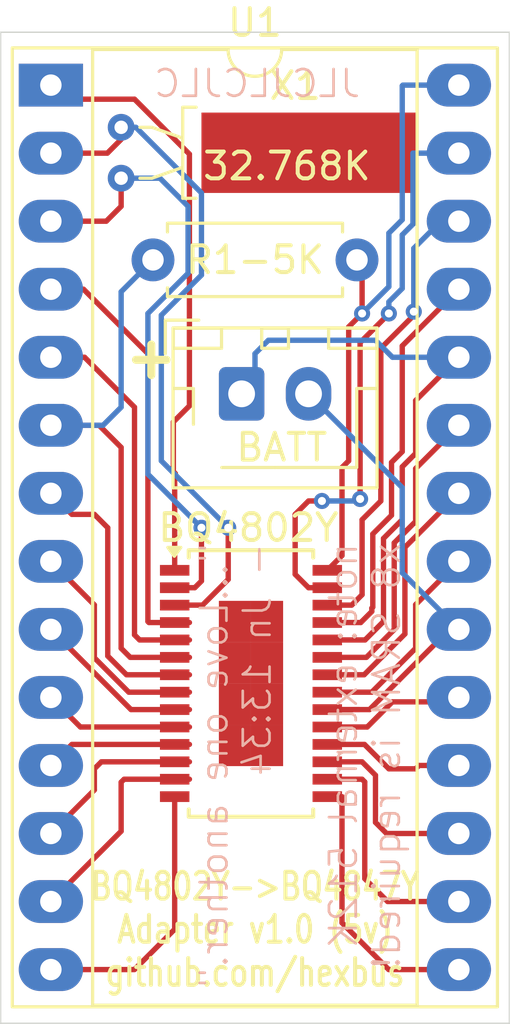
<source format=kicad_pcb>
(kicad_pcb (version 20240108) (generator "pcbnew") (generator_version "8.0")
  (layers (0 "F.Cu" signal) (31 "B.Cu" signal) (34 "B.Paste" user) (35 "F.Paste" user) (36 "B.SilkS" user "B.Silkscreen") (37 "F.SilkS" user "F.Silkscreen") (38 "B.Mask" user) (39 "F.Mask" user) (44 "Edge.Cuts" user))
  (net 0 "")
  (net 1 "1")
  (net 2 "2")
  (net 3 "3")
  (net 4 "4")
  (net 5 "5")
  (net 6 "6")
  (net 7 "7")
  (net 8 "8")
  (net 9 "9")
  (net 10 "10")
  (net 11 "11")
  (net 12 "12")
  (net 13 "13")
  (net 14 "14")
  (net 15 "15")
  (net 16 "16")
  (net 17 "17")
  (net 18 "18")
  (net 19 "19")
  (net 20 "20")
  (net 21 "21")
  (net 22 "22")
  (net 23 "23")
  (net 24 "24")
  (net 25 "25")
  (net 26 "26")
  (net 27 "27")
  (net 28 "28")
  (footprint "Connector_JST:JST_XH_B2B-XH-AM_1x02_P2.50mm_Vertical" (layer "F.Cu") (at 125 89.5)
    (property "Reference" "BATT" (at 1.5 2 0) (layer "F.SilkS"))
    (property "Value" "JST_XH_B2B-XH-AM_1x02_P2.50mm_Vertical" (hide yes))
    (fp_line (start -2.85 -2.75) (end -2.85 -1.5) (stroke (width 0.12)) (layer "F.SilkS"))
    (fp_line (start -2.56 -2.46) (end -2.56 3.51) (stroke (width 0.12)) (layer "F.SilkS"))
    (fp_line (start -2.56 3.51) (end 5.06 3.51) (stroke (width 0.12)) (layer "F.SilkS"))
    (fp_line (start -2.55 -2.45) (end -2.55 -1.7) (stroke (width 0.12)) (layer "F.SilkS"))
    (fp_line (start -2.55 -1.7) (end -0.75 -1.7) (stroke (width 0.12)) (layer "F.SilkS"))
    (fp_line (start -2.55 -0.2) (end -1.8 -0.2) (stroke (width 0.12)) (layer "F.SilkS"))
    (fp_line (start -1.8 -0.2) (end -1.8 1.14) (stroke (width 0.12)) (layer "F.SilkS"))
    (fp_line (start -1.6 -2.75) (end -2.85 -2.75) (stroke (width 0.12)) (layer "F.SilkS"))
    (fp_line (start -0.75 -2.45) (end -2.55 -2.45) (stroke (width 0.12)) (layer "F.SilkS"))
    (fp_line (start -0.75 -1.7) (end -0.75 -2.45) (stroke (width 0.12)) (layer "F.SilkS"))
    (fp_line (start 0.75 -2.45) (end 0.75 -1.7) (stroke (width 0.12)) (layer "F.SilkS"))
    (fp_line (start 0.75 -1.7) (end 1.75 -1.7) (stroke (width 0.12)) (layer "F.SilkS"))
    (fp_line (start 1.25 2.75) (end -0.74 2.75) (stroke (width 0.12)) (layer "F.SilkS"))
    (fp_line (start 1.75 -2.45) (end 0.75 -2.45) (stroke (width 0.12)) (layer "F.SilkS"))
    (fp_line (start 1.75 -1.7) (end 1.75 -2.45) (stroke (width 0.12)) (layer "F.SilkS"))
    (fp_line (start 3.25 -2.45) (end 3.25 -1.7) (stroke (width 0.12)) (layer "F.SilkS"))
    (fp_line (start 3.25 -1.7) (end 5.05 -1.7) (stroke (width 0.12)) (layer "F.SilkS"))
    (fp_line (start 4.3 -0.2) (end 4.3 2.75) (stroke (width 0.12)) (layer "F.SilkS"))
    (fp_line (start 4.3 2.75) (end 1.25 2.75) (stroke (width 0.12)) (layer "F.SilkS"))
    (fp_line (start 5.05 -2.45) (end 3.25 -2.45) (stroke (width 0.12)) (layer "F.SilkS"))
    (fp_line (start 5.05 -1.7) (end 5.05 -2.45) (stroke (width 0.12)) (layer "F.SilkS"))
    (fp_line (start 5.05 -0.2) (end 4.3 -0.2) (stroke (width 0.12)) (layer "F.SilkS"))
    (fp_line (start 5.06 -2.46) (end -2.56 -2.46) (stroke (width 0.12)) (layer "F.SilkS"))
    (fp_line (start 5.06 3.51) (end 5.06 -2.46) (stroke (width 0.12)) (layer "F.SilkS"))
    (pad "" np_thru_hole circle (at -1.6 2) (size 1.2 1.2) (drill 1.2) (layers "*.Cu" "*.Mask"))
    (pad "1" thru_hole roundrect (at 0 0) (size 1.7 2) (drill 1) (layers "*.Cu" "*.Mask") (roundrect_rratio 0.147059) (net 24 "24"))
    (pad "2" thru_hole oval (at 2.5 0) (size 1.7 2) (drill 1) (layers "*.Cu" "*.Mask") (net 20 "20"))
  )
  (footprint "Package_DIP:DIP-28_W15.24mm_Socket_LongPads" (layer "F.Cu") (at 117.875 77.975)
    (property "Reference" "U1" (at 7.62 -2.33 0) (layer "F.SilkS"))
    (property "Value" "DIP-28_W15.24mm_Socket_LongPads" (hide yes))
    (fp_line (start -1.44 -1.39) (end -1.44 34.41) (stroke (width 0.12)) (layer "F.SilkS"))
    (fp_line (start -1.44 34.41) (end 16.68 34.41) (stroke (width 0.12)) (layer "F.SilkS"))
    (fp_line (start 1.56 -1.33) (end 1.56 34.35) (stroke (width 0.12)) (layer "F.SilkS"))
    (fp_line (start 1.56 34.35) (end 13.68 34.35) (stroke (width 0.12)) (layer "F.SilkS"))
    (fp_line (start 6.62 -1.33) (end 1.56 -1.33) (stroke (width 0.12)) (layer "F.SilkS"))
    (fp_line (start 13.68 -1.33) (end 8.62 -1.33) (stroke (width 0.12)) (layer "F.SilkS"))
    (fp_line (start 13.68 34.35) (end 13.68 -1.33) (stroke (width 0.12)) (layer "F.SilkS"))
    (fp_line (start 16.68 -1.39) (end -1.44 -1.39) (stroke (width 0.12)) (layer "F.SilkS"))
    (fp_line (start 16.68 34.41) (end 16.68 -1.39) (stroke (width 0.12)) (layer "F.SilkS"))
    (fp_arc (start 8.62 -1.33) (mid 7.62 -0.33) (end 6.62 -1.33) (stroke (width 0.12)) (layer "F.SilkS"))
    (pad "1" thru_hole rect (at 0 0) (size 2.4 1.6) (drill 0.8) (layers "*.Cu" "*.Mask") (net 1 "1"))
    (pad "2" thru_hole oval (at 0 2.54) (size 2.4 1.6) (drill 0.8) (layers "*.Cu" "*.Mask") (net 2 "2"))
    (pad "3" thru_hole oval (at 0 5.08) (size 2.4 1.6) (drill 0.8) (layers "*.Cu" "*.Mask") (net 3 "3"))
    (pad "4" thru_hole oval (at 0 7.62) (size 2.4 1.6) (drill 0.8) (layers "*.Cu" "*.Mask") (net 4 "4"))
    (pad "5" thru_hole oval (at 0 10.16) (size 2.4 1.6) (drill 0.8) (layers "*.Cu" "*.Mask") (net 5 "5"))
    (pad "6" thru_hole oval (at 0 12.7) (size 2.4 1.6) (drill 0.8) (layers "*.Cu" "*.Mask") (net 6 "6"))
    (pad "7" thru_hole oval (at 0 15.24) (size 2.4 1.6) (drill 0.8) (layers "*.Cu" "*.Mask") (net 7 "7"))
    (pad "8" thru_hole oval (at 0 17.78) (size 2.4 1.6) (drill 0.8) (layers "*.Cu" "*.Mask") (net 8 "8"))
    (pad "9" thru_hole oval (at 0 20.32) (size 2.4 1.6) (drill 0.8) (layers "*.Cu" "*.Mask") (net 9 "9"))
    (pad "10" thru_hole oval (at 0 22.86) (size 2.4 1.6) (drill 0.8) (layers "*.Cu" "*.Mask") (net 10 "10"))
    (pad "11" thru_hole oval (at 0 25.4) (size 2.4 1.6) (drill 0.8) (layers "*.Cu" "*.Mask") (net 11 "11"))
    (pad "12" thru_hole oval (at 0 27.94) (size 2.4 1.6) (drill 0.8) (layers "*.Cu" "*.Mask") (net 12 "12"))
    (pad "13" thru_hole oval (at 0 30.48) (size 2.4 1.6) (drill 0.8) (layers "*.Cu" "*.Mask") (net 13 "13"))
    (pad "14" thru_hole oval (at 0 33.02) (size 2.4 1.6) (drill 0.8) (layers "*.Cu" "*.Mask") (net 14 "14"))
    (pad "15" thru_hole oval (at 15.24 33.02) (size 2.4 1.6) (drill 0.8) (layers "*.Cu" "*.Mask") (net 15 "15"))
    (pad "16" thru_hole oval (at 15.24 30.48) (size 2.4 1.6) (drill 0.8) (layers "*.Cu" "*.Mask") (net 16 "16"))
    (pad "17" thru_hole oval (at 15.24 27.94) (size 2.4 1.6) (drill 0.8) (layers "*.Cu" "*.Mask") (net 17 "17"))
    (pad "18" thru_hole oval (at 15.24 25.4) (size 2.4 1.6) (drill 0.8) (layers "*.Cu" "*.Mask") (net 18 "18"))
    (pad "19" thru_hole oval (at 15.24 22.86) (size 2.4 1.6) (drill 0.8) (layers "*.Cu" "*.Mask") (net 19 "19"))
    (pad "20" thru_hole oval (at 15.24 20.32) (size 2.4 1.6) (drill 0.8) (layers "*.Cu" "*.Mask") (net 20 "20"))
    (pad "21" thru_hole oval (at 15.24 17.78) (size 2.4 1.6) (drill 0.8) (layers "*.Cu" "*.Mask") (net 21 "21"))
    (pad "22" thru_hole oval (at 15.24 15.24) (size 2.4 1.6) (drill 0.8) (layers "*.Cu" "*.Mask") (net 22 "22"))
    (pad "23" thru_hole oval (at 15.24 12.7) (size 2.4 1.6) (drill 0.8) (layers "*.Cu" "*.Mask") (net 23 "23"))
    (pad "24" thru_hole oval (at 15.24 10.16) (size 2.4 1.6) (drill 0.8) (layers "*.Cu" "*.Mask") (net 24 "24"))
    (pad "25" thru_hole oval (at 15.24 7.62) (size 2.4 1.6) (drill 0.8) (layers "*.Cu" "*.Mask") (net 25 "25"))
    (pad "26" thru_hole oval (at 15.24 5.08) (size 2.4 1.6) (drill 0.8) (layers "*.Cu" "*.Mask") (net 26 "26"))
    (pad "27" thru_hole oval (at 15.24 2.54) (size 2.4 1.6) (drill 0.8) (layers "*.Cu" "*.Mask") (net 27 "27"))
    (pad "28" thru_hole oval (at 15.24 0) (size 2.4 1.6) (drill 0.8) (layers "*.Cu" "*.Mask") (net 28 "28"))
  )
  (footprint "Crystal:Crystal_C38-LF_D3.0mm_L8.0mm_Horizontal_1EP_style1" (layer "F.Cu") (at 120.5 81.45 90)
    (property "Reference" "X1" (at 3.45 6.5 0) (layer "F.SilkS"))
    (property "Value" "32.768K" (hide yes))
    (fp_line (start 1.9 1.15) (end 1.9 0.7) (stroke (width 0.12)) (layer "F.SilkS"))
    (fp_line (start 0 1.15) (end 0 0.7) (stroke (width 0.12)) (layer "F.SilkS"))
    (fp_line (start 2.65 2.3) (end 2.65 2.8) (stroke (width 0.12)) (layer "F.SilkS"))
    (fp_line (start 1.495 2.3) (end 1.9 1.15) (stroke (width 0.12)) (layer "F.SilkS"))
    (fp_line (start 0.405 2.3) (end 0 1.15) (stroke (width 0.12)) (layer "F.SilkS"))
    (fp_line (start -0.75 2.3) (end 2.65 2.3) (stroke (width 0.12)) (layer "F.SilkS"))
    (fp_line (start -0.75 2.8) (end -0.75 2.3) (stroke (width 0.12)) (layer "F.SilkS"))
    (pad "1" thru_hole circle (at 0 0 90) (size 1 1) (drill 0.5) (layers "*.Cu" "*.Mask") (net 3 "3"))
    (pad "2" thru_hole circle (at 1.9 0 90) (size 1 1) (drill 0.5) (layers "*.Cu" "*.Mask") (net 2 "2"))
    (pad "3" smd rect (at 0.95 7 90) (size 3 8) (layers "F.Cu"))
  )
  (footprint "Resistor_THT:R_Axial_DIN0207_L6.3mm_D2.5mm_P7.62mm_Horizontal" (layer "F.Cu") (at 121.69 84.5)
    (property "Reference" "32.768K" (at 5 -3.5 0) (layer "F.SilkS"))
    (property "Value" "5K")
    (fp_line (start 0.54 -1.37) (end 7.08 -1.37) (stroke (width 0.12)) (layer "F.SilkS"))
    (fp_line (start 0.54 -1.04) (end 0.54 -1.37) (stroke (width 0.12)) (layer "F.SilkS"))
    (fp_line (start 0.54 1.04) (end 0.54 1.37) (stroke (width 0.12)) (layer "F.SilkS"))
    (fp_line (start 0.54 1.37) (end 7.08 1.37) (stroke (width 0.12)) (layer "F.SilkS"))
    (fp_line (start 7.08 -1.37) (end 7.08 -1.04) (stroke (width 0.12)) (layer "F.SilkS"))
    (fp_line (start 7.08 1.37) (end 7.08 1.04) (stroke (width 0.12)) (layer "F.SilkS"))
    (fp_text user "R1-5K" (at 3.81 0 0) (layer "F.SilkS"))
    (pad "1" thru_hole circle (at 0 0) (size 1.6 1.6) (drill 0.8) (layers "*.Cu" "*.Mask") (net 6 "6"))
    (pad "2" thru_hole oval (at 7.62 0) (size 1.6 1.6) (drill 0.8) (layers "*.Cu" "*.Mask") (net 28 "28"))
  )
  (footprint "Package_SO:TSSOP-28-1EP_4.4x9.7mm_P0.65mm" (layer "F.Cu") (at 125.35 100.31375)
    (property "Reference" "BQ4802Y" (at -0.1 -5.81375 0) (layer "F.SilkS"))
    (property "Value" "TSSOP-28-1EP_4.4x9.7mm_P0.65mm" (hide yes))
    (fp_line (start -2.325 -4.975) (end -2.325 -4.7) (stroke (width 0.15)) (layer "F.SilkS"))
    (fp_line (start -2.325 -4.975) (end 2.325 -4.975) (stroke (width 0.15)) (layer "F.SilkS"))
    (fp_line (start -2.325 4.975) (end -2.325 4.7) (stroke (width 0.15)) (layer "F.SilkS"))
    (fp_line (start -2.325 4.975) (end 2.325 4.975) (stroke (width 0.15)) (layer "F.SilkS"))
    (fp_line (start 2.325 -4.975) (end 2.325 -4.7) (stroke (width 0.15)) (layer "F.SilkS"))
    (fp_line (start 2.325 4.975) (end 2.325 4.7) (stroke (width 0.15)) (layer "F.SilkS"))
    (fp_poly (pts (xy -2.8625 -4.75) (xy -2.6225 -5.08) (xy -3.1025 -5.08) (xy -2.8625 -4.75)) (stroke (width 0.12)) (fill solid) (layer "F.SilkS"))
    (pad "1" smd rect (at -2.85 -4.225) (size 1.1 0.4) (layers "F.Cu" "F.Paste" "F.Mask") (net 1 "1"))
    (pad "2" smd rect (at -2.85 -3.575) (size 1.1 0.4) (layers "F.Cu" "F.Paste" "F.Mask") (net 3 "3"))
    (pad "3" smd rect (at -2.85 -2.925) (size 1.1 0.4) (layers "F.Cu" "F.Paste" "F.Mask") (net 2 "2"))
    (pad "4" smd rect (at -2.85 -2.275) (size 1.1 0.4) (layers "F.Cu" "F.Paste" "F.Mask") (net 4 "4"))
    (pad "5" smd rect (at -2.85 -1.625) (size 1.1 0.4) (layers "F.Cu" "F.Paste" "F.Mask") (net 5 "5"))
    (pad "6" smd rect (at -2.85 -0.975) (size 1.1 0.4) (layers "F.Cu" "F.Paste" "F.Mask") (net 6 "6"))
    (pad "7" smd rect (at -2.85 -0.325) (size 1.1 0.4) (layers "F.Cu" "F.Paste" "F.Mask") (net 7 "7"))
    (pad "8" smd rect (at -2.85 0.325) (size 1.1 0.4) (layers "F.Cu" "F.Paste" "F.Mask") (net 8 "8"))
    (pad "9" smd rect (at -2.85 0.975) (size 1.1 0.4) (layers "F.Cu" "F.Paste" "F.Mask") (net 9 "9"))
    (pad "10" smd rect (at -2.85 1.625) (size 1.1 0.4) (layers "F.Cu" "F.Paste" "F.Mask") (net 10 "10"))
    (pad "11" smd rect (at -2.85 2.275) (size 1.1 0.4) (layers "F.Cu" "F.Paste" "F.Mask") (net 11 "11"))
    (pad "12" smd rect (at -2.85 2.925) (size 1.1 0.4) (layers "F.Cu" "F.Paste" "F.Mask") (net 12 "12"))
    (pad "13" smd rect (at -2.85 3.575) (size 1.1 0.4) (layers "F.Cu" "F.Paste" "F.Mask") (net 13 "13"))
    (pad "14" smd rect (at -2.85 4.225) (size 1.1 0.4) (layers "F.Cu" "F.Paste" "F.Mask") (net 14 "14"))
    (pad "15" smd rect (at 2.85 4.225) (size 1.1 0.4) (layers "F.Cu" "F.Paste" "F.Mask") (net 15 "15"))
    (pad "16" smd rect (at 2.85 3.575) (size 1.1 0.4) (layers "F.Cu" "F.Paste" "F.Mask") (net 16 "16"))
    (pad "17" smd rect (at 2.85 2.925) (size 1.1 0.4) (layers "F.Cu" "F.Paste" "F.Mask") (net 17 "17"))
    (pad "18" smd rect (at 2.85 2.275) (size 1.1 0.4) (layers "F.Cu" "F.Paste" "F.Mask") (net 18 "18"))
    (pad "19" smd rect (at 2.85 1.625) (size 1.1 0.4) (layers "F.Cu" "F.Paste" "F.Mask") (net 19 "19"))
    (pad "20" smd rect (at 2.85 0.975) (size 1.1 0.4) (layers "F.Cu" "F.Paste" "F.Mask") (net 20 "20"))
    (pad "21" smd rect (at 2.85 0.325) (size 1.1 0.4) (layers "F.Cu" "F.Paste" "F.Mask") (net 21 "21"))
    (pad "22" smd rect (at 2.85 -0.325) (size 1.1 0.4) (layers "F.Cu" "F.Paste" "F.Mask") (net 22 "22"))
    (pad "23" smd rect (at 2.85 -0.975) (size 1.1 0.4) (layers "F.Cu" "F.Paste" "F.Mask") (net 23 "23"))
    (pad "24" smd rect (at 2.85 -1.625) (size 1.1 0.4) (layers "F.Cu" "F.Paste" "F.Mask") (net 24 "24"))
    (pad "25" smd rect (at 2.85 -2.275) (size 1.1 0.4) (layers "F.Cu" "F.Paste" "F.Mask") (net 25 "25"))
    (pad "26" smd rect (at 2.85 -2.925) (size 1.1 0.4) (layers "F.Cu" "F.Paste" "F.Mask") (net 26 "26"))
    (pad "27" smd rect (at 2.85 -3.575) (size 1.1 0.4) (layers "F.Cu" "F.Paste" "F.Mask") (net 27 "27"))
    (pad "28" smd rect (at 2.85 -4.225) (size 1.1 0.4) (layers "F.Cu" "F.Paste" "F.Mask") (net 28 "28"))
    (pad "29" smd rect (at -0.6 -2.31375) (size 1.2 1.5425) (layers "F.Cu" "F.Paste" "F.Mask"))
    (pad "29" smd rect (at -0.6 -0.77125) (size 1.2 1.5425) (layers "F.Cu" "F.Paste" "F.Mask"))
    (pad "29" smd rect (at -0.6 0.77125) (size 1.2 1.5425) (layers "F.Cu" "F.Paste" "F.Mask"))
    (pad "29" smd rect (at -0.6 2.31375) (size 1.2 1.5425) (layers "F.Cu" "F.Paste" "F.Mask"))
    (pad "29" smd rect (at 0.6 -2.31375) (size 1.2 1.5425) (layers "F.Cu" "F.Paste" "F.Mask"))
    (pad "29" smd rect (at 0.6 -0.77125) (size 1.2 1.5425) (layers "F.Cu" "F.Paste" "F.Mask"))
    (pad "29" smd rect (at 0.6 0.77125) (size 1.2 1.5425) (layers "F.Cu" "F.Paste" "F.Mask"))
    (pad "29" smd rect (at 0.6 2.31375) (size 1.2 1.5425) (layers "F.Cu" "F.Paste" "F.Mask"))
  )
  (gr_line (start 116 113) (end 135 113) (stroke (width 0.05)) (layer "Edge.Cuts"))
  (gr_line (start 116 76) (end 116 113) (stroke (width 0.05)) (layer "Edge.Cuts"))
  (gr_line (start 135 113) (end 135 76) (stroke (width 0.05)) (layer "Edge.Cuts"))
  (gr_line (start 135 76) (end 116 76) (stroke (width 0.05)) (layer "Edge.Cuts"))
  (gr_text "JLCJLCJLC" (at 129.5 78.5 0) (layer "B.SilkS") (effects (font (size 1 1) (thickness 0.1)) (justify left bottom mirror)))
  (gr_text "{dblquote}...Love one another.{dblquote}\n- Jn 13:34\n\nnote: external 512K\nx8 SRAM is required!" (at 131 95 90) (layer "B.SilkS") (effects (font (size 1 1) (thickness 0.1)) (justify left bottom mirror)))
  (gr_text "BQ4802Y->BQ4847Y\nAdapter v1.0 (5v)\ngithub.com/hexbus" (at 125.5 109.5 0) (layer "F.SilkS") (effects (font (size 1 0.77))))
  (gr_text "+" (at 120.5 89 0) (layer "F.SilkS") (effects (font (size 1.5 1.5) (thickness 0.3) (bold yes)) (justify left bottom)))
  (segment (start 122.45 90.55) (end 122.45 92.4) (width 0.2) (layer "F.Cu") (net 1))
  (segment (start 123 90) (end 122.45 90.55) (width 0.2) (layer "F.Cu") (net 1))
  (segment (start 123.05 80.55) (end 123.05 89.95) (width 0.2) (layer "F.Cu") (net 1))
  (segment (start 122.5 92.45) (end 122.5 96.08875) (width 0.2) (layer "F.Cu") (net 1))
  (segment (start 118.4 78.5) (end 121 78.5) (width 0.2) (layer "F.Cu") (net 1))
  (segment (start 117.875 77.975) (end 118.4 78.5) (width 0.2) (layer "F.Cu") (net 1))
  (segment (start 123.05 89.95) (end 123 90) (width 0.2) (layer "F.Cu") (net 1))
  (segment (start 122.525 92.475) (end 122.5 92.45) (width 0.2) (layer "F.Cu") (net 1))
  (segment (start 121 78.5) (end 123.05 80.55) (width 0.2) (layer "F.Cu") (net 1))
  (segment (start 124.5 96.42875) (end 123.54 97.38875) (width 0.2) (layer "F.Cu") (net 2))
  (segment (start 120.5 80) (end 119.985 80.515) (width 0.2) (layer "F.Cu") (net 2))
  (segment (start 123.54 97.38875) (end 122.5 97.38875) (width 0.2) (layer "F.Cu") (net 2))
  (segment (start 124.5 94.5) (end 124.5 96.42875) (width 0.2) (layer "F.Cu") (net 2))
  (segment (start 119.985 80.515) (end 117.875 80.515) (width 0.2) (layer "F.Cu") (net 2))
  (via (at 124.5 94.5) (size 0.6) (drill 0.3) (layers "F.Cu" "B.Cu") (net 2))
  (segment (start 122 92) (end 124.5 94.5) (width 0.2) (layer "B.Cu") (net 2))
  (segment (start 122 86.565686) (end 122 92) (width 0.2) (layer "B.Cu") (net 2))
  (segment (start 121.05 79.55) (end 123.5 82) (width 0.2) (layer "B.Cu") (net 2))
  (segment (start 123.5 82) (end 123.5 85.065686) (width 0.2) (layer "B.Cu") (net 2))
  (segment (start 123.5 85.065686) (end 122 86.565686) (width 0.2) (layer "B.Cu") (net 2))
  (segment (start 120.5 79.55) (end 121.05 79.55) (width 0.2) (layer "B.Cu") (net 2))
  (segment (start 119.945 83.055) (end 117.875 83.055) (width 0.2) (layer "F.Cu") (net 3))
  (segment (start 123.25 96.73875) (end 122.5 96.73875) (width 0.2) (layer "F.Cu") (net 3))
  (segment (start 123.5 94.5) (end 123.5 96.48875) (width 0.2) (layer "F.Cu") (net 3))
  (segment (start 120.5 81.9) (end 120.5 82.5) (width 0.2) (layer "F.Cu") (net 3))
  (segment (start 123.5 96.48875) (end 123.25 96.73875) (width 0.2) (layer "F.Cu") (net 3))
  (segment (start 120.5 82.5) (end 119.945 83.055) (width 0.2) (layer "F.Cu") (net 3))
  (via (at 123.5 94.5) (size 0.6) (drill 0.3) (layers "F.Cu" "B.Cu") (net 3))
  (segment (start 121.5 92.5) (end 123.5 94.5) (width 0.2) (layer "B.Cu") (net 3))
  (segment (start 121.5 86.5) (end 121.5 92.5) (width 0.2) (layer "B.Cu") (net 3))
  (segment (start 121.95 81.45) (end 123 82.5) (width 0.2) (layer "B.Cu") (net 3))
  (segment (start 120.5 81.45) (end 121.95 81.45) (width 0.2) (layer "B.Cu") (net 3))
  (segment (start 123 82.5) (end 123 85) (width 0.2) (layer "B.Cu") (net 3))
  (segment (start 123 85) (end 121.5 86.5) (width 0.2) (layer "B.Cu") (net 3))
  (segment (start 121.5 88) (end 119.095 85.595) (width 0.2) (layer "F.Cu") (net 4))
  (segment (start 123.05 98.03875) (end 121.53875 98.03875) (width 0.2) (layer "F.Cu") (net 4))
  (segment (start 121.53875 98.03875) (end 121.5 98) (width 0.2) (layer "F.Cu") (net 4))
  (segment (start 119.095 85.595) (end 117.875 85.595) (width 0.2) (layer "F.Cu") (net 4))
  (segment (start 121.5 98) (end 121.5 88) (width 0.2) (layer "F.Cu") (net 4))
  (segment (start 121 90) (end 119.135 88.135) (width 0.2) (layer "F.Cu") (net 5))
  (segment (start 123.05 98.68875) (end 121.18875 98.68875) (width 0.2) (layer "F.Cu") (net 5))
  (segment (start 121.18875 98.68875) (end 121 98.5) (width 0.2) (layer "F.Cu") (net 5))
  (segment (start 119.135 88.135) (end 117.875 88.135) (width 0.2) (layer "F.Cu") (net 5))
  (segment (start 121 98.5) (end 121 90) (width 0.2) (layer "F.Cu") (net 5))
  (segment (start 120.83875 99.33875) (end 120.5 99) (width 0.2) (layer "F.Cu") (net 6))
  (segment (start 119.675 90.675) (end 117.875 90.675) (width 0.2) (layer "F.Cu") (net 6))
  (segment (start 123.05 99.33875) (end 120.83875 99.33875) (width 0.2) (layer "F.Cu") (net 6))
  (segment (start 120.5 99) (end 120.5 91.5) (width 0.2) (layer "F.Cu") (net 6))
  (segment (start 120.5 91.5) (end 119.675 90.675) (width 0.2) (layer "F.Cu") (net 6))
  (segment (start 120.5 90) (end 120.5 85.69) (width 0.2) (layer "B.Cu") (net 6))
  (segment (start 117.875 90.675) (end 119.825 90.675) (width 0.2) (layer "B.Cu") (net 6))
  (segment (start 119.825 90.675) (end 120.5 90) (width 0.2) (layer "B.Cu") (net 6))
  (segment (start 120.5 85.69) (end 121.69 84.5) (width 0.2) (layer "B.Cu") (net 6))
  (segment (start 123.05 99.98875) (end 120.700122 99.98875) (width 0.2) (layer "F.Cu") (net 7))
  (segment (start 119.5 94) (end 118.66 94) (width 0.2) (layer "F.Cu") (net 7))
  (segment (start 120 99.288628) (end 120 94.5) (width 0.2) (layer "F.Cu") (net 7))
  (segment (start 118.66 94) (end 117.875 93.215) (width 0.2) (layer "F.Cu") (net 7))
  (segment (start 120.700122 99.98875) (end 120 99.288628) (width 0.2) (layer "F.Cu") (net 7))
  (segment (start 120 94.5) (end 119.5 94) (width 0.2) (layer "F.Cu") (net 7))
  (segment (start 119.5 97.38) (end 119.5 99.354314) (width 0.2) (layer "F.Cu") (net 8))
  (segment (start 117.875 95.755) (end 119.5 97.38) (width 0.2) (layer "F.Cu") (net 8))
  (segment (start 119.5 99.354314) (end 120.784436 100.63875) (width 0.2) (layer "F.Cu") (net 8))
  (segment (start 120.784436 100.63875) (end 123.05 100.63875) (width 0.2) (layer "F.Cu") (net 8))
  (segment (start 123.05 101.28875) (end 120.86875 101.28875) (width 0.2) (layer "F.Cu") (net 9))
  (segment (start 120.86875 101.28875) (end 117.875 98.295) (width 0.2) (layer "F.Cu") (net 9))
  (segment (start 123.05 101.93875) (end 118.97875 101.93875) (width 0.2) (layer "F.Cu") (net 10))
  (segment (start 118.97875 101.93875) (end 117.875 100.835) (width 0.2) (layer "F.Cu") (net 10))
  (segment (start 123.05 102.58875) (end 118.66125 102.58875) (width 0.2) (layer "F.Cu") (net 11))
  (segment (start 118.66125 102.58875) (end 117.875 103.375) (width 0.2) (layer "F.Cu") (net 11))
  (segment (start 119.5 103.5) (end 119.5 104.29) (width 0.2) (layer "F.Cu") (net 12))
  (segment (start 119.76125 103.23875) (end 119.5 103.5) (width 0.2) (layer "F.Cu") (net 12))
  (segment (start 123.05 103.23875) (end 119.76125 103.23875) (width 0.2) (layer "F.Cu") (net 12))
  (segment (start 119.5 104.29) (end 117.875 105.915) (width 0.2) (layer "F.Cu") (net 12))
  (segment (start 120.61125 103.88875) (end 122.5 103.88875) (width 0.2) (layer "F.Cu") (net 13))
  (segment (start 117.875 108.455) (end 120.5 105.83) (width 0.2) (layer "F.Cu") (net 13))
  (segment (start 120.5 104) (end 120.61125 103.88875) (width 0.2) (layer "F.Cu") (net 13))
  (segment (start 120.5 105.83) (end 120.5 104) (width 0.2) (layer "F.Cu") (net 13))
  (segment (start 123.05 103.88875) (end 122.3 103.88875) (width 0.2) (layer "F.Cu") (net 13))
  (segment (start 120.995 110.995) (end 117.875 110.995) (width 0.2) (layer "F.Cu") (net 14))
  (segment (start 122.5 104.53875) (end 122.5 109.49) (width 0.2) (layer "F.Cu") (net 14))
  (segment (start 122.5 109.49) (end 120.995 110.995) (width 0.2) (layer "F.Cu") (net 14))
  (segment (start 128.75 104.53875) (end 128.75 109.25) (width 0.2) (layer "F.Cu") (net 15))
  (segment (start 130.495 110.995) (end 133.115 110.995) (width 0.2) (layer "F.Cu") (net 15))
  (segment (start 128.75 109.25) (end 130.495 110.995) (width 0.2) (layer "F.Cu") (net 15))
  (segment (start 129.6 107.6) (end 130.455 108.455) (width 0.2) (layer "F.Cu") (net 16))
  (segment (start 130.455 108.455) (end 133.115 108.455) (width 0.2) (layer "F.Cu") (net 16))
  (segment (start 129.6 103.98875) (end 129.6 107.6) (width 0.2) (layer "F.Cu") (net 16))
  (segment (start 128.75 103.88875) (end 129.5 103.88875) (width 0.2) (layer "F.Cu") (net 16))
  (segment (start 129.5 103.88875) (end 129.6 103.98875) (width 0.2) (layer "F.Cu") (net 16))
  (segment (start 128.75 103.23875) (end 129.5 103.23875) (width 0.2) (layer "F.Cu") (net 17))
  (segment (start 130 105.5) (end 130.415 105.915) (width 0.2) (layer "F.Cu") (net 17))
  (segment (start 129.5 103.23875) (end 130 103.73875) (width 0.2) (layer "F.Cu") (net 17))
  (segment (start 130.415 105.915) (end 133.115 105.915) (width 0.2) (layer "F.Cu") (net 17))
  (segment (start 130 103.73875) (end 130 105.5) (width 0.2) (layer "F.Cu") (net 17))
  (segment (start 131.5 103.5) (end 131.625 103.375) (width 0.2) (layer "F.Cu") (net 18))
  (segment (start 130.5 103.5) (end 131.5 103.5) (width 0.2) (layer "F.Cu") (net 18))
  (segment (start 128.75 102.58875) (end 129.58875 102.58875) (width 0.2) (layer "F.Cu") (net 18))
  (segment (start 131.625 103.375) (end 133.115 103.375) (width 0.2) (layer "F.Cu") (net 18))
  (segment (start 129.58875 102.58875) (end 130.5 103.5) (width 0.2) (layer "F.Cu") (net 18))
  (segment (start 129.692621 101.93875) (end 130.631371 101) (width 0.2) (layer "F.Cu") (net 19))
  (segment (start 128.75 101.93875) (end 129.692621 101.93875) (width 0.2) (layer "F.Cu") (net 19))
  (segment (start 132.95 101) (end 133.115 100.835) (width 0.2) (layer "F.Cu") (net 19))
  (segment (start 130.631371 101) (end 132.95 101) (width 0.2) (layer "F.Cu") (net 19))
  (segment (start 133.115 98.295) (end 132.770685 98.295) (width 0.2) (layer "F.Cu") (net 20))
  (segment (start 129.776935 101.28875) (end 128.2 101.28875) (width 0.2) (layer "F.Cu") (net 20))
  (segment (start 132.770685 98.295) (end 129.776935 101.28875) (width 0.2) (layer "F.Cu") (net 20))
  (segment (start 128.75 101.28875) (end 129.38875 101.28875) (width 0.2) (layer "F.Cu") (net 20))
  (segment (start 131 96.18) (end 131 93) (width 0.2) (layer "B.Cu") (net 20))
  (segment (start 133.115 98.295) (end 131 96.18) (width 0.2) (layer "B.Cu") (net 20))
  (segment (start 131 93) (end 127.5 89.5) (width 0.2) (layer "B.Cu") (net 20))
  (segment (start 128.75 100.63875) (end 129.86125 100.63875) (width 0.2) (layer "F.Cu") (net 21))
  (segment (start 129.86125 100.63875) (end 131.5 99) (width 0.2) (layer "F.Cu") (net 21))
  (segment (start 131.5 97.37) (end 133.115 95.755) (width 0.2) (layer "F.Cu") (net 21))
  (segment (start 131.5 99) (end 131.5 97.37) (width 0.2) (layer "F.Cu") (net 21))
  (segment (start 129.576936 99.98875) (end 131.1 98.465686) (width 0.2) (layer "F.Cu") (net 22))
  (segment (start 131.1 95.23) (end 133.115 93.215) (width 0.2) (layer "F.Cu") (net 22))
  (segment (start 131.1 98.465686) (end 131.1 95.23) (width 0.2) (layer "F.Cu") (net 22))
  (segment (start 128.75 99.98875) (end 129.576936 99.98875) (width 0.2) (layer "F.Cu") (net 22))
  (segment (start 129.66125 99.33875) (end 128.75 99.33875) (width 0.2) (layer "F.Cu") (net 23))
  (segment (start 130.7 98.3) (end 129.66125 99.33875) (width 0.2) (layer "F.Cu") (net 23))
  (segment (start 133.115 90.675) (end 131.5 92.29) (width 0.2) (layer "F.Cu") (net 23))
  (segment (start 131.5 92.29) (end 131.5 94.264314) (width 0.2) (layer "F.Cu") (net 23))
  (segment (start 130.7 95.064314) (end 130.7 98.3) (width 0.2) (layer "F.Cu") (net 23))
  (segment (start 131.5 94.264314) (end 130.7 95.064314) (width 0.2) (layer "F.Cu") (net 23))
  (segment (start 131.5 89.75) (end 133.115 88.135) (width 0.2) (layer "F.Cu") (net 24))
  (segment (start 129.61125 98.68875) (end 130.3 98) (width 0.2) (layer "F.Cu") (net 24))
  (segment (start 131.5 91.724314) (end 131.5 89.75) (width 0.2) (layer "F.Cu") (net 24))
  (segment (start 131 94.198628) (end 131 92.224314) (width 0.2) (layer "F.Cu") (net 24))
  (segment (start 130.3 94.898628) (end 131 94.198628) (width 0.2) (layer "F.Cu") (net 24))
  (segment (start 131 92.224314) (end 131.5 91.724314) (width 0.2) (layer "F.Cu") (net 24))
  (segment (start 130.3 98) (end 130.3 94.898628) (width 0.2) (layer "F.Cu") (net 24))
  (segment (start 128.75 98.68875) (end 129.61125 98.68875) (width 0.2) (layer "F.Cu") (net 24))
  (segment (start 125.5 88) (end 125.5 89) (width 0.2) (layer "B.Cu") (net 24))
  (segment (start 133.115 88.135) (end 130.635 88.135) (width 0.2) (layer "B.Cu") (net 24))
  (segment (start 126 87.5) (end 125.5 88) (width 0.2) (layer "B.Cu") (net 24))
  (segment (start 130.635 88.135) (end 130 87.5) (width 0.2) (layer "B.Cu") (net 24))
  (segment (start 130 87.5) (end 126 87.5) (width 0.2) (layer "B.Cu") (net 24))
  (segment (start 125.5 89) (end 125 89.5) (width 0.2) (layer "B.Cu") (net 24))
  (segment (start 130.6 94.032942) (end 130.6 92.058628) (width 0.2) (layer "F.Cu") (net 25))
  (segment (start 129.45 98.03875) (end 129.863468 97.625282) (width 0.2) (layer "F.Cu") (net 25))
  (segment (start 131 91.658628) (end 131 87.71) (width 0.2) (layer "F.Cu") (net 25))
  (segment (start 128.75 98.03875) (end 129.45 98.03875) (width 0.2) (layer "F.Cu") (net 25))
  (segment (start 129.9 94.732942) (end 130.6 94.032942) (width 0.2) (layer "F.Cu") (net 25))
  (segment (start 131 87.71) (end 133.115 85.595) (width 0.2) (layer "F.Cu") (net 25))
  (segment (start 130.6 92.058628) (end 131 91.658628) (width 0.2) (layer "F.Cu") (net 25))
  (segment (start 129.863468 97.625282) (end 129.863468 97.5) (width 0.2) (layer "F.Cu") (net 25))
  (segment (start 129.863468 97.5) (end 129.9 97.463468) (width 0.2) (layer "F.Cu") (net 25))
  (segment (start 129.9 97.463468) (end 129.9 94.732942) (width 0.2) (layer "F.Cu") (net 25))
  (segment (start 129.5 94.2) (end 130.2 93.5) (width 0.2) (layer "F.Cu") (net 26))
  (segment (start 129.5 97) (end 129.5 94.2) (width 0.2) (layer "F.Cu") (net 26))
  (segment (start 130.2 87.8) (end 131.5 86.5) (width 0.2) (layer "F.Cu") (net 26))
  (segment (start 130.2 93.5) (end 130.2 87.8) (width 0.2) (layer "F.Cu") (net 26))
  (segment (start 128.2 97.38875) (end 129.11125 97.38875) (width 0.2) (layer "F.Cu") (net 26))
  (segment (start 131.5 86.5) (end 131.430735 86.430735) (width 0.2) (layer "F.Cu") (net 26))
  (segment (start 129.11125 97.38875) (end 129.5 97) (width 0.2) (layer "F.Cu") (net 26))
  (via (at 131.430735 86.430735) (size 0.6) (drill 0.3) (layers "F.Cu" "B.Cu") (net 26))
  (segment (start 131.430735 84.069265) (end 131.430735 86.430735) (width 0.2) (layer "B.Cu") (net 26))
  (segment (start 133.115 83.055) (end 132.445 83.055) (width 0.2) (layer "B.Cu") (net 26))
  (segment (start 132.445 83.055) (end 131.430735 84.069265) (width 0.2) (layer "B.Cu") (net 26))
  (segment (start 127 96.23875) (end 127 94) (width 0.2) (layer "F.Cu") (net 27))
  (segment (start 127 94) (end 127.5 93.5) (width 0.2) (layer "F.Cu") (net 27))
  (segment (start 127.5 93.5) (end 128 93.5) (width 0.2) (layer "F.Cu") (net 27))
  (segment (start 129.425735 87.587206) (end 130.5 86.512941) (width 0.2) (layer "F.Cu") (net 27))
  (segment (start 128.2 96.73875) (end 127.5 96.73875) (width 0.2) (layer "F.Cu") (net 27))
  (segment (start 127.5 96.73875) (end 127 96.23875) (width 0.2) (layer "F.Cu") (net 27))
  (segment (start 129.425735 93.425735) (end 129.425735 87.587206) (width 0.2) (layer "F.Cu") (net 27))
  (segment (start 130.5 86.512941) (end 130.5 86.5) (width 0.2) (layer "F.Cu") (net 27))
  (via (at 128 93.5) (size 0.6) (drill 0.3) (layers "F.Cu" "B.Cu") (net 27))
  (via (at 129.425735 93.425735) (size 0.6) (drill 0.3) (layers "F.Cu" "B.Cu") (net 27))
  (via (at 130.5 86.5) (size 0.6) (drill 0.3) (layers "F.Cu" "B.Cu") (net 27))
  (segment (start 131 85.565686) (end 131 83.565686) (width 0.2) (layer "B.Cu") (net 27))
  (segment (start 128 93.5) (end 129.5 93.5) (width 0.2) (layer "B.Cu") (net 27))
  (segment (start 131.4 80.515) (end 133.115 80.515) (width 0.2) (layer "B.Cu") (net 27))
  (segment (start 129.5 93.5) (end 129.425735 93.425735) (width 0.2) (layer "B.Cu") (net 27))
  (segment (start 131.4 83.165686) (end 131.4 80.515) (width 0.2) (layer "B.Cu") (net 27))
  (segment (start 130.5 86.065686) (end 131 85.565686) (width 0.2) (layer "B.Cu") (net 27))
  (segment (start 131 83.565686) (end 131.4 83.165686) (width 0.2) (layer "B.Cu") (net 27))
  (segment (start 130.5 86.5) (end 130.5 86.065686) (width 0.2) (layer "B.Cu") (net 27))
  (segment (start 129.5 86.5) (end 129 87) (width 0.2) (layer "F.Cu") (net 28))
  (segment (start 129 87) (end 129 92) (width 0.2) (layer "F.Cu") (net 28))
  (segment (start 128.75 95.53875) (end 128.2 96.08875) (width 0.2) (layer "F.Cu") (net 28))
  (segment (start 133.115 77.975) (end 132.49 78.6) (width 0.2) (layer "F.Cu") (net 28))
  (segment (start 129.5 86.5) (end 129.5 84.69) (width 0.2) (layer "F.Cu") (net 28))
  (segment (start 129 92) (end 128.75 92.25) (width 0.2) (layer "F.Cu") (net 28))
  (segment (start 129.5 84.69) (end 129.31 84.5) (width 0.2) (layer "F.Cu") (net 28))
  (segment (start 128.75 92.25) (end 128.75 95.53875) (width 0.2) (layer "F.Cu") (net 28))
  (via (at 129.5 86.5) (size 0.6) (drill 0.3) (layers "F.Cu" "B.Cu") (net 28))
  (segment (start 129.5 86.5) (end 130.5 85.5) (width 0.2) (layer "B.Cu") (net 28))
  (segment (start 131 83) (end 131 78) (width 0.2) (layer "B.Cu") (net 28))
  (segment (start 130.5 85.5) (end 130.5 83.5) (width 0.2) (layer "B.Cu") (net 28))
  (segment (start 131 78) (end 131.025 77.975) (width 0.2) (layer "B.Cu") (net 28))
  (segment (start 131.025 77.975) (end 133.115 77.975) (width 0.2) (layer "B.Cu") (net 28))
  (segment (start 130.5 83.5) (end 131 83) (width 0.2) (layer "B.Cu") (net 28))
)
</source>
